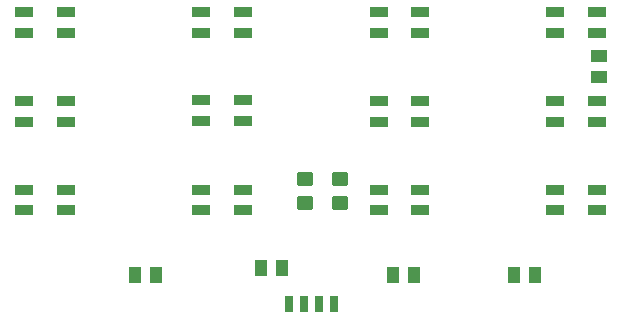
<source format=gbr>
%TF.GenerationSoftware,KiCad,Pcbnew,8.0.5*%
%TF.CreationDate,2024-10-07T22:10:06+02:00*%
%TF.ProjectId,kerstboom,6b657273-7462-46f6-9f6d-2e6b69636164,rev?*%
%TF.SameCoordinates,Original*%
%TF.FileFunction,Paste,Top*%
%TF.FilePolarity,Positive*%
%FSLAX46Y46*%
G04 Gerber Fmt 4.6, Leading zero omitted, Abs format (unit mm)*
G04 Created by KiCad (PCBNEW 8.0.5) date 2024-10-07 22:10:06*
%MOMM*%
%LPD*%
G01*
G04 APERTURE LIST*
G04 Aperture macros list*
%AMRoundRect*
0 Rectangle with rounded corners*
0 $1 Rounding radius*
0 $2 $3 $4 $5 $6 $7 $8 $9 X,Y pos of 4 corners*
0 Add a 4 corners polygon primitive as box body*
4,1,4,$2,$3,$4,$5,$6,$7,$8,$9,$2,$3,0*
0 Add four circle primitives for the rounded corners*
1,1,$1+$1,$2,$3*
1,1,$1+$1,$4,$5*
1,1,$1+$1,$6,$7*
1,1,$1+$1,$8,$9*
0 Add four rect primitives between the rounded corners*
20,1,$1+$1,$2,$3,$4,$5,0*
20,1,$1+$1,$4,$5,$6,$7,0*
20,1,$1+$1,$6,$7,$8,$9,0*
20,1,$1+$1,$8,$9,$2,$3,0*%
G04 Aperture macros list end*
%ADD10R,1.600000X0.850000*%
%ADD11RoundRect,0.250000X-0.450000X0.350000X-0.450000X-0.350000X0.450000X-0.350000X0.450000X0.350000X0*%
%ADD12R,1.016000X1.400000*%
%ADD13R,0.700000X1.400000*%
%ADD14R,1.400000X1.016000*%
G04 APERTURE END LIST*
D10*
%TO.C,D1*%
X105500000Y-80620000D03*
X105500000Y-82370000D03*
X109000000Y-82370000D03*
X109000000Y-80620000D03*
%TD*%
%TO.C,D2*%
X105500000Y-88125000D03*
X105500000Y-89875000D03*
X109000000Y-89875000D03*
X109000000Y-88125000D03*
%TD*%
%TO.C,D12*%
X150450000Y-95625000D03*
X150450000Y-97375000D03*
X153950000Y-97375000D03*
X153950000Y-95625000D03*
%TD*%
%TO.C,D4*%
X120500000Y-80625000D03*
X120500000Y-82375000D03*
X124000000Y-82375000D03*
X124000000Y-80625000D03*
%TD*%
%TO.C,D7*%
X135500000Y-80600000D03*
X135500000Y-82350000D03*
X139000000Y-82350000D03*
X139000000Y-80600000D03*
%TD*%
D11*
%TO.C,R2*%
X132250000Y-94750000D03*
X132250000Y-96750000D03*
%TD*%
D10*
%TO.C,D5*%
X120500000Y-88050000D03*
X120500000Y-89800000D03*
X124000000Y-89800000D03*
X124000000Y-88050000D03*
%TD*%
D12*
%TO.C,C2*%
X146961000Y-102850000D03*
X148740000Y-102850000D03*
%TD*%
D10*
%TO.C,D11*%
X150450000Y-88125000D03*
X150450000Y-89875000D03*
X153950000Y-89875000D03*
X153950000Y-88125000D03*
%TD*%
D12*
%TO.C,C4*%
X125571000Y-102250000D03*
X127350000Y-102250000D03*
%TD*%
D10*
%TO.C,D6*%
X120500000Y-95625000D03*
X120500000Y-97375000D03*
X124000000Y-97375000D03*
X124000000Y-95625000D03*
%TD*%
D13*
%TO.C,U2*%
X131705000Y-105325000D03*
X130435000Y-105325000D03*
X129165000Y-105325000D03*
X127895000Y-105325000D03*
%TD*%
D10*
%TO.C,D8*%
X135500000Y-88125000D03*
X135500000Y-89875000D03*
X139000000Y-89875000D03*
X139000000Y-88125000D03*
%TD*%
%TO.C,D9*%
X135500000Y-95625000D03*
X135500000Y-97375000D03*
X139000000Y-97375000D03*
X139000000Y-95625000D03*
%TD*%
%TO.C,D3*%
X105500000Y-95650000D03*
X105500000Y-97400000D03*
X109000000Y-97400000D03*
X109000000Y-95650000D03*
%TD*%
D12*
%TO.C,C3*%
X136711000Y-102850000D03*
X138490000Y-102850000D03*
%TD*%
D14*
%TO.C,C1*%
X154200000Y-84361000D03*
X154200000Y-86140000D03*
%TD*%
D11*
%TO.C,R1*%
X129300000Y-94750000D03*
X129300000Y-96750000D03*
%TD*%
D12*
%TO.C,C5*%
X114911000Y-102850000D03*
X116690000Y-102850000D03*
%TD*%
D10*
%TO.C,D10*%
X150450000Y-80625000D03*
X150450000Y-82375000D03*
X153950000Y-82375000D03*
X153950000Y-80625000D03*
%TD*%
M02*

</source>
